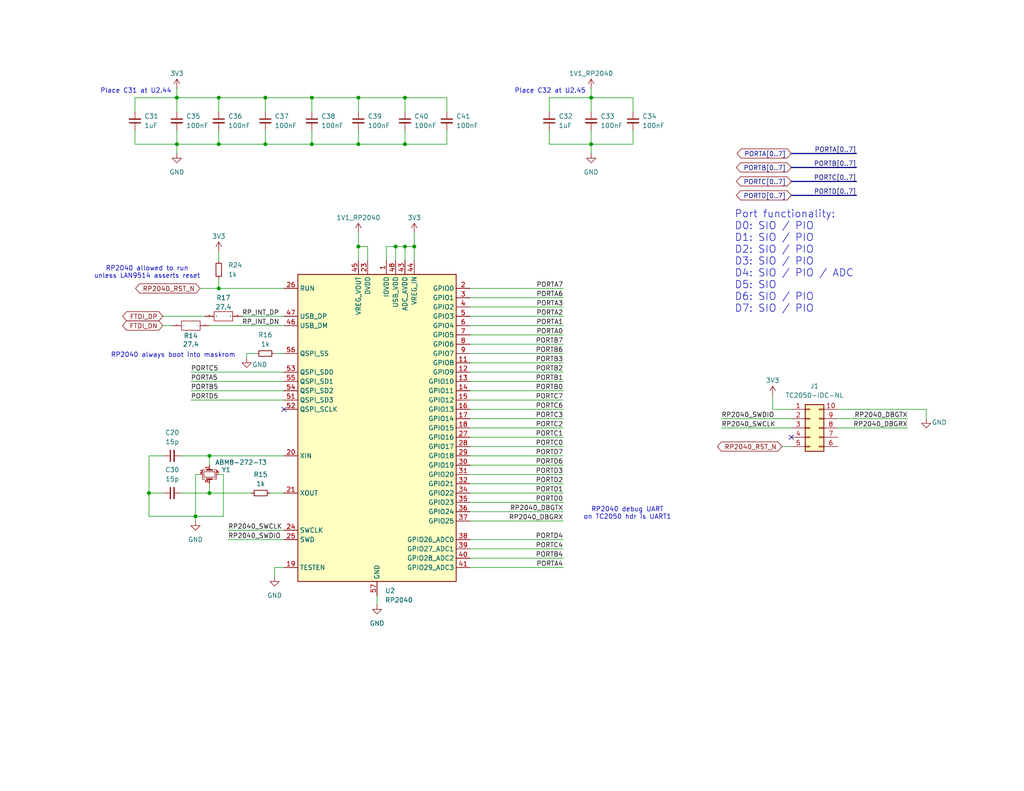
<source format=kicad_sch>
(kicad_sch (version 20231120) (generator "eeschema") (generator_version "8.0")
  (paper "USLetter")
  (title_block (title "X1Plus Expansion Board: X1P-002") (rev "X1P-002-B01"))
  (lib_symbols
    (symbol "Connector_Generic:Conn_02x05_Counter_Clockwise" (pin_names (offset 1.016) hide)
      (property "Reference" "J" (at 1.27 7.62 0))
      (property "Value" "Conn_02x05_Counter_Clockwise" (at 1.27 -7.62 0))
      (symbol "Conn_02x05_Counter_Clockwise_1_1"
        (rectangle (start -1.27 -4.953) (end 0 -5.207) (stroke (width 0.1524)))
        (rectangle (start -1.27 -2.413) (end 0 -2.667) (stroke (width 0.1524)))
        (rectangle (start -1.27 0.127) (end 0 -0.127) (stroke (width 0.1524)))
        (rectangle (start -1.27 2.667) (end 0 2.413) (stroke (width 0.1524)))
        (rectangle (start -1.27 5.207) (end 0 4.953) (stroke (width 0.1524)))
        (rectangle (start -1.27 6.35) (end 3.81 -6.35) (stroke (width 0.254)) (fill (type background)))
        (rectangle (start 3.81 -4.953) (end 2.54 -5.207) (stroke (width 0.1524)))
        (rectangle (start 3.81 -2.413) (end 2.54 -2.667) (stroke (width 0.1524)))
        (rectangle (start 3.81 0.127) (end 2.54 -0.127) (stroke (width 0.1524)))
        (rectangle (start 3.81 2.667) (end 2.54 2.413) (stroke (width 0.1524)))
        (rectangle (start 3.81 5.207) (end 2.54 4.953) (stroke (width 0.1524)))
        (pin passive line (at -5.08 5.08 0) (length 3.81) (name "Pin_1") (number "1"))
        (pin passive line (at 7.62 5.08 180) (length 3.81) (name "Pin_10") (number "10"))
        (pin passive line (at -5.08 2.54 0) (length 3.81) (name "Pin_2") (number "2"))
        (pin passive line (at -5.08 0 0) (length 3.81) (name "Pin_3") (number "3"))
        (pin passive line (at -5.08 -2.54 0) (length 3.81) (name "Pin_4") (number "4"))
        (pin passive line (at -5.08 -5.08 0) (length 3.81) (name "Pin_5") (number "5"))
        (pin passive line (at 7.62 -5.08 180) (length 3.81) (name "Pin_6") (number "6"))
        (pin passive line (at 7.62 -2.54 180) (length 3.81) (name "Pin_7") (number "7"))
        (pin passive line (at 7.62 0 180) (length 3.81) (name "Pin_8") (number "8"))
        (pin passive line (at 7.62 2.54 180) (length 3.81) (name "Pin_9") (number "9"))
      )
    )
    (symbol "Device:C_Small" (pin_numbers hide) (pin_names (offset 0.254) hide)
      (property "Reference" "C" (at 0.254 1.778 0))
      (property "Value" "C_Small" (at 0.254 -2.032 0))
      (symbol "C_Small_0_1"
        (polyline (pts (xy -1.524 -0.508) (xy 1.524 -0.508)) (stroke (width 0.3302)))
        (polyline (pts (xy -1.524 0.508) (xy 1.524 0.508)) (stroke (width 0.3048)))
      )
      (symbol "C_Small_1_1"
        (pin passive line (at 0 2.54 270) (length 2.032) (name "~") (number "1"))
        (pin passive line (at 0 -2.54 90) (length 2.032) (name "~") (number "2"))
      )
    )
    (symbol "Device:Crystal_GND24_Small" (pin_names (offset 1.016) hide)
      (property "Reference" "Y" (at 1.27 4.445 0))
      (property "Value" "Crystal_GND24_Small" (at 1.27 2.54 0))
      (symbol "Crystal_GND24_Small_0_1"
        (rectangle (start -0.762 -1.524) (end 0.762 1.524))
        (polyline (pts (xy -1.27 -0.762) (xy -1.27 0.762)) (stroke (width 0.381)))
        (polyline (pts (xy 1.27 -0.762) (xy 1.27 0.762)) (stroke (width 0.381)))
        (polyline (pts (xy -1.27 -1.27) (xy -1.27 -1.905) (xy 1.27 -1.905) (xy 1.27 -1.27)))
        (polyline (pts (xy -1.27 1.27) (xy -1.27 1.905) (xy 1.27 1.905) (xy 1.27 1.27)))
      )
      (symbol "Crystal_GND24_Small_1_1"
        (pin passive line (at -2.54 0 0) (length 1.27) (name "1") (number "1"))
        (pin passive line (at 0 -2.54 90) (length 0.635) (name "2") (number "2"))
        (pin passive line (at 2.54 0 180) (length 1.27) (name "3") (number "3"))
        (pin passive line (at 0 2.54 270) (length 0.635) (name "4") (number "4"))
      )
    )
    (symbol "Device:R_Small" (pin_numbers hide) (pin_names (offset 0.254) hide)
      (property "Reference" "R" (at 0.762 0.508 0))
      (property "Value" "R_Small" (at 0.762 -1.016 0))
      (symbol "R_Small_0_1"
        (rectangle (start -0.762 1.778) (end 0.762 -1.778) (stroke (width 0.2032)))
      )
      (symbol "R_Small_1_1"
        (pin passive line (at 0 2.54 270) (length 0.762) (name "~") (number "1"))
        (pin passive line (at 0 -2.54 90) (length 0.762) (name "~") (number "2"))
      )
    )
    (symbol "MCU_RaspberryPi:RP2040"
      (property "Reference" "U" (at 17.78 45.72 0))
      (property "Value" "RP2040" (at 17.78 43.18 0))
      (symbol "RP2040_0_1"
        (rectangle (start -21.59 41.91) (end 21.59 -41.91) (stroke (width 0.254)) (fill (type background)))
      )
      (symbol "RP2040_1_1"
        (pin power_in line (at 2.54 45.72 270) (length 3.81) (name "IOVDD") (number "1"))
        (pin passive line (at 2.54 45.72 270) (length 3.81) hide (name "IOVDD") (number "10"))
        (pin bidirectional line (at 25.4 17.78 180) (length 3.81) (name "GPIO8") (number "11"))
        (pin bidirectional line (at 25.4 15.24 180) (length 3.81) (name "GPIO9") (number "12"))
        (pin bidirectional line (at 25.4 12.7 180) (length 3.81) (name "GPIO10") (number "13"))
        (pin bidirectional line (at 25.4 10.16 180) (length 3.81) (name "GPIO11") (number "14"))
        (pin bidirectional line (at 25.4 7.62 180) (length 3.81) (name "GPIO12") (number "15"))
        (pin bidirectional line (at 25.4 5.08 180) (length 3.81) (name "GPIO13") (number "16"))
        (pin bidirectional line (at 25.4 2.54 180) (length 3.81) (name "GPIO14") (number "17"))
        (pin bidirectional line (at 25.4 0 180) (length 3.81) (name "GPIO15") (number "18"))
        (pin input line (at -25.4 -38.1 0) (length 3.81) (name "TESTEN") (number "19"))
        (pin bidirectional line (at 25.4 38.1 180) (length 3.81) (name "GPIO0") (number "2"))
        (pin input line (at -25.4 -7.62 0) (length 3.81) (name "XIN") (number "20"))
        (pin passive line (at -25.4 -17.78 0) (length 3.81) (name "XOUT") (number "21"))
        (pin passive line (at 2.54 45.72 270) (length 3.81) hide (name "IOVDD") (number "22"))
        (pin power_in line (at -2.54 45.72 270) (length 3.81) (name "DVDD") (number "23"))
        (pin input line (at -25.4 -27.94 0) (length 3.81) (name "SWCLK") (number "24"))
        (pin bidirectional line (at -25.4 -30.48 0) (length 3.81) (name "SWD") (number "25"))
        (pin input line (at -25.4 38.1 0) (length 3.81) (name "RUN") (number "26"))
        (pin bidirectional line (at 25.4 -2.54 180) (length 3.81) (name "GPIO16") (number "27"))
        (pin bidirectional line (at 25.4 -5.08 180) (length 3.81) (name "GPIO17") (number "28"))
        (pin bidirectional line (at 25.4 -7.62 180) (length 3.81) (name "GPIO18") (number "29"))
        (pin bidirectional line (at 25.4 35.56 180) (length 3.81) (name "GPIO1") (number "3"))
        (pin bidirectional line (at 25.4 -10.16 180) (length 3.81) (name "GPIO19") (number "30"))
        (pin bidirectional line (at 25.4 -12.7 180) (length 3.81) (name "GPIO20") (number "31"))
        (pin bidirectional line (at 25.4 -15.24 180) (length 3.81) (name "GPIO21") (number "32"))
        (pin passive line (at 2.54 45.72 270) (length 3.81) hide (name "IOVDD") (number "33"))
        (pin bidirectional line (at 25.4 -17.78 180) (length 3.81) (name "GPIO22") (number "34"))
        (pin bidirectional line (at 25.4 -20.32 180) (length 3.81) (name "GPIO23") (number "35"))
        (pin bidirectional line (at 25.4 -22.86 180) (length 3.81) (name "GPIO24") (number "36"))
        (pin bidirectional line (at 25.4 -25.4 180) (length 3.81) (name "GPIO25") (number "37"))
        (pin bidirectional line (at 25.4 -30.48 180) (length 3.81) (name "GPIO26_ADC0") (number "38"))
        (pin bidirectional line (at 25.4 -33.02 180) (length 3.81) (name "GPIO27_ADC1") (number "39"))
        (pin bidirectional line (at 25.4 33.02 180) (length 3.81) (name "GPIO2") (number "4"))
        (pin bidirectional line (at 25.4 -35.56 180) (length 3.81) (name "GPIO28_ADC2") (number "40"))
        (pin bidirectional line (at 25.4 -38.1 180) (length 3.81) (name "GPIO29_ADC3") (number "41"))
        (pin passive line (at 2.54 45.72 270) (length 3.81) hide (name "IOVDD") (number "42"))
        (pin power_in line (at 7.62 45.72 270) (length 3.81) (name "ADC_AVDD") (number "43"))
        (pin power_in line (at 10.16 45.72 270) (length 3.81) (name "VREG_IN") (number "44"))
        (pin power_out line (at -5.08 45.72 270) (length 3.81) (name "VREG_VOUT") (number "45"))
        (pin bidirectional line (at -25.4 27.94 0) (length 3.81) (name "USB_DM") (number "46"))
        (pin bidirectional line (at -25.4 30.48 0) (length 3.81) (name "USB_DP") (number "47"))
        (pin power_in line (at 5.08 45.72 270) (length 3.81) (name "USB_VDD") (number "48"))
        (pin passive line (at 2.54 45.72 270) (length 3.81) hide (name "IOVDD") (number "49"))
        (pin bidirectional line (at 25.4 30.48 180) (length 3.81) (name "GPIO3") (number "5"))
        (pin passive line (at -2.54 45.72 270) (length 3.81) hide (name "DVDD") (number "50"))
        (pin bidirectional line (at -25.4 7.62 0) (length 3.81) (name "QSPI_SD3") (number "51"))
        (pin output line (at -25.4 5.08 0) (length 3.81) (name "QSPI_SCLK") (number "52"))
        (pin bidirectional line (at -25.4 15.24 0) (length 3.81) (name "QSPI_SD0") (number "53"))
        (pin bidirectional line (at -25.4 10.16 0) (length 3.81) (name "QSPI_SD2") (number "54"))
        (pin bidirectional line (at -25.4 12.7 0) (length 3.81) (name "QSPI_SD1") (number "55"))
        (pin bidirectional line (at -25.4 20.32 0) (length 3.81) (name "QSPI_SS") (number "56"))
        (pin power_in line (at 0 -45.72 90) (length 3.81) (name "GND") (number "57"))
        (pin bidirectional line (at 25.4 27.94 180) (length 3.81) (name "GPIO4") (number "6"))
        (pin bidirectional line (at 25.4 25.4 180) (length 3.81) (name "GPIO5") (number "7"))
        (pin bidirectional line (at 25.4 22.86 180) (length 3.81) (name "GPIO6") (number "8"))
        (pin bidirectional line (at 25.4 20.32 180) (length 3.81) (name "GPIO7") (number "9"))
      )
    )
    (symbol "power:+1V1" (power) (pin_numbers hide) (pin_names (offset 0) hide)
      (property "Value" "+1V1" (at 0 3.556 0))
      (symbol "+1V1_0_1"
        (polyline (pts (xy -0.762 1.27) (xy 0 2.54)))
        (polyline (pts (xy 0 0) (xy 0 2.54)))
        (polyline (pts (xy 0 2.54) (xy 0.762 1.27)))
      )
      (symbol "+1V1_1_1"
        (pin power_in line (at 0 0 90) (length 0) (name "~") (number "1"))
      )
    )
    (symbol "power:GND" (power) (pin_numbers hide) (pin_names (offset 0) hide)
      (property "Value" "GND" (at 0 -3.81 0))
      (symbol "GND_0_1"
        (polyline (pts (xy 0 0) (xy 0 -1.27) (xy 1.27 -1.27) (xy 0 -2.54) (xy -1.27 -1.27) (xy 0 -1.27)))
      )
      (symbol "GND_1_1"
        (pin power_in line (at 0 0 270) (length 0) (name "~") (number "1"))
      )
    )
    (symbol "x1-expander:10"
      (property "Reference" "R?" (at 0 0 0))
      (symbol "10_1_0"
        (rectangle (start -2.54 -1.27) (end 2.54 1.27))
        (pin unspecified line (at -5.08 0 0) (length 2.54) (name "1") (number "1"))
        (pin unspecified line (at 5.08 0 180) (length 2.54) (name "2") (number "2"))
      )
    )
  )
  (junction (at 107.95 67.31))
  (junction (at 59.69 78.74))
  (junction (at 110.49 39.37))
  (junction (at 48.26 26.67))
  (junction (at 97.79 67.31))
  (junction (at 72.39 26.67))
  (junction (at 161.29 39.37))
  (junction (at 113.03 67.31))
  (junction (at 40.64 134.62))
  (junction (at 97.79 39.37))
  (junction (at 57.15 134.62))
  (junction (at 53.34 140.97))
  (junction (at 110.49 26.67))
  (junction (at 85.09 39.37))
  (junction (at 161.29 26.67))
  (junction (at 110.49 67.31))
  (junction (at 97.79 26.67))
  (junction (at 85.09 26.67))
  (junction (at 72.39 39.37))
  (junction (at 59.69 26.67))
  (junction (at 57.15 124.46))
  (junction (at 48.26 39.37))
  (junction (at 59.69 39.37))
  (no_connect (at 77.47 111.76))
  (no_connect (at 215.9 119.38))
  (wire (pts (xy 52.07 109.22) (xy 77.47 109.22)))
  (wire (pts (xy 72.39 30.48) (xy 72.39 26.67)))
  (wire (pts (xy 77.47 154.94) (xy 74.93 154.94)))
  (wire (pts (xy 110.49 35.56) (xy 110.49 39.37)))
  (wire (pts (xy 57.15 124.46) (xy 57.15 127)))
  (wire (pts (xy 128.27 154.94) (xy 153.67 154.94)))
  (bus (pts (xy 215.9 45.72) (xy 233.68 45.72)))
  (wire (pts (xy 72.39 39.37) (xy 85.09 39.37)))
  (wire (pts (xy 54.61 78.74) (xy 59.69 78.74)))
  (wire (pts (xy 100.33 71.12) (xy 100.33 67.31)))
  (wire (pts (xy 44.45 86.36) (xy 55.88 86.36)))
  (wire (pts (xy 128.27 104.14) (xy 153.67 104.14)))
  (wire (pts (xy 97.79 39.37) (xy 110.49 39.37)))
  (wire (pts (xy 102.87 162.56) (xy 102.87 165.1)))
  (wire (pts (xy 59.69 68.58) (xy 59.69 71.12)))
  (wire (pts (xy 110.49 67.31) (xy 110.49 71.12)))
  (wire (pts (xy 44.45 124.46) (xy 40.64 124.46)))
  (wire (pts (xy 52.07 106.68) (xy 77.47 106.68)))
  (wire (pts (xy 128.27 147.32) (xy 153.67 147.32)))
  (wire (pts (xy 128.27 121.92) (xy 153.67 121.92)))
  (bus (pts (xy 215.9 53.34) (xy 233.68 53.34)))
  (wire (pts (xy 128.27 106.68) (xy 153.67 106.68)))
  (wire (pts (xy 59.69 35.56) (xy 59.69 39.37)))
  (wire (pts (xy 40.64 140.97) (xy 53.34 140.97)))
  (wire (pts (xy 228.6 116.84) (xy 247.65 116.84)))
  (wire (pts (xy 128.27 101.6) (xy 153.67 101.6)))
  (wire (pts (xy 213.36 121.92) (xy 215.9 121.92)))
  (wire (pts (xy 57.15 132.08) (xy 57.15 134.62)))
  (wire (pts (xy 62.23 144.78) (xy 77.47 144.78)))
  (wire (pts (xy 128.27 152.4) (xy 153.67 152.4)))
  (wire (pts (xy 57.15 88.9) (xy 77.47 88.9)))
  (wire (pts (xy 161.29 39.37) (xy 161.29 41.91)))
  (wire (pts (xy 128.27 134.62) (xy 153.67 134.62)))
  (wire (pts (xy 110.49 26.67) (xy 110.49 30.48)))
  (wire (pts (xy 128.27 99.06) (xy 153.67 99.06)))
  (wire (pts (xy 128.27 109.22) (xy 153.67 109.22)))
  (wire (pts (xy 128.27 137.16) (xy 153.67 137.16)))
  (wire (pts (xy 74.93 96.52) (xy 77.47 96.52)))
  (bus (pts (xy 215.9 49.53) (xy 233.68 49.53)))
  (wire (pts (xy 69.85 96.52) (xy 67.31 96.52)))
  (wire (pts (xy 107.95 67.31) (xy 107.95 71.12)))
  (wire (pts (xy 128.27 132.08) (xy 153.67 132.08)))
  (wire (pts (xy 161.29 35.56) (xy 161.29 39.37)))
  (wire (pts (xy 128.27 124.46) (xy 153.67 124.46)))
  (wire (pts (xy 85.09 30.48) (xy 85.09 26.67)))
  (wire (pts (xy 74.93 154.94) (xy 74.93 157.48)))
  (wire (pts (xy 252.73 111.76) (xy 252.73 114.3)))
  (wire (pts (xy 72.39 26.67) (xy 85.09 26.67)))
  (wire (pts (xy 110.49 39.37) (xy 121.92 39.37)))
  (wire (pts (xy 172.72 26.67) (xy 172.72 30.48)))
  (wire (pts (xy 105.41 71.12) (xy 105.41 67.31)))
  (wire (pts (xy 196.85 114.3) (xy 215.9 114.3)))
  (wire (pts (xy 128.27 96.52) (xy 153.67 96.52)))
  (wire (pts (xy 128.27 111.76) (xy 153.67 111.76)))
  (wire (pts (xy 128.27 88.9) (xy 153.67 88.9)))
  (wire (pts (xy 161.29 24.13) (xy 161.29 26.67)))
  (wire (pts (xy 97.79 67.31) (xy 97.79 71.12)))
  (wire (pts (xy 228.6 111.76) (xy 252.73 111.76)))
  (wire (pts (xy 49.53 134.62) (xy 57.15 134.62)))
  (wire (pts (xy 128.27 149.86) (xy 153.67 149.86)))
  (wire (pts (xy 128.27 93.98) (xy 153.67 93.98)))
  (wire (pts (xy 40.64 134.62) (xy 44.45 134.62)))
  (wire (pts (xy 97.79 30.48) (xy 97.79 26.67)))
  (wire (pts (xy 105.41 67.31) (xy 107.95 67.31)))
  (wire (pts (xy 128.27 139.7) (xy 153.67 139.7)))
  (wire (pts (xy 53.34 140.97) (xy 53.34 142.24)))
  (wire (pts (xy 149.86 39.37) (xy 149.86 35.56)))
  (wire (pts (xy 121.92 26.67) (xy 121.92 30.48)))
  (wire (pts (xy 97.79 35.56) (xy 97.79 39.37)))
  (wire (pts (xy 48.26 39.37) (xy 48.26 41.91)))
  (wire (pts (xy 215.9 111.76) (xy 210.82 111.76)))
  (wire (pts (xy 62.23 147.32) (xy 77.47 147.32)))
  (wire (pts (xy 128.27 81.28) (xy 153.67 81.28)))
  (wire (pts (xy 110.49 67.31) (xy 113.03 67.31)))
  (wire (pts (xy 72.39 35.56) (xy 72.39 39.37)))
  (wire (pts (xy 97.79 26.67) (xy 110.49 26.67)))
  (wire (pts (xy 128.27 142.24) (xy 153.67 142.24)))
  (wire (pts (xy 161.29 26.67) (xy 172.72 26.67)))
  (wire (pts (xy 59.69 39.37) (xy 72.39 39.37)))
  (wire (pts (xy 110.49 26.67) (xy 121.92 26.67)))
  (wire (pts (xy 59.69 76.2) (xy 59.69 78.74)))
  (wire (pts (xy 57.15 134.62) (xy 68.58 134.62)))
  (wire (pts (xy 85.09 35.56) (xy 85.09 39.37)))
  (wire (pts (xy 72.39 26.67) (xy 59.69 26.67)))
  (wire (pts (xy 57.15 124.46) (xy 77.47 124.46)))
  (wire (pts (xy 53.34 129.54) (xy 53.34 140.97)))
  (wire (pts (xy 172.72 39.37) (xy 161.29 39.37)))
  (wire (pts (xy 48.26 39.37) (xy 36.83 39.37)))
  (wire (pts (xy 67.31 96.52) (xy 67.31 97.79)))
  (wire (pts (xy 44.45 88.9) (xy 46.99 88.9)))
  (wire (pts (xy 48.26 24.13) (xy 48.26 26.67)))
  (wire (pts (xy 172.72 35.56) (xy 172.72 39.37)))
  (wire (pts (xy 149.86 30.48) (xy 149.86 26.67)))
  (wire (pts (xy 228.6 114.3) (xy 247.65 114.3)))
  (wire (pts (xy 60.96 129.54) (xy 60.96 140.97)))
  (wire (pts (xy 196.85 116.84) (xy 215.9 116.84)))
  (wire (pts (xy 59.69 39.37) (xy 48.26 39.37)))
  (wire (pts (xy 128.27 91.44) (xy 153.67 91.44)))
  (wire (pts (xy 128.27 129.54) (xy 153.67 129.54)))
  (wire (pts (xy 36.83 39.37) (xy 36.83 35.56)))
  (wire (pts (xy 113.03 67.31) (xy 113.03 71.12)))
  (wire (pts (xy 85.09 39.37) (xy 97.79 39.37)))
  (wire (pts (xy 128.27 116.84) (xy 153.67 116.84)))
  (bus (pts (xy 215.9 41.91) (xy 233.68 41.91)))
  (wire (pts (xy 113.03 63.5) (xy 113.03 67.31)))
  (wire (pts (xy 161.29 39.37) (xy 149.86 39.37)))
  (wire (pts (xy 59.69 26.67) (xy 59.69 30.48)))
  (wire (pts (xy 40.64 134.62) (xy 40.64 140.97)))
  (wire (pts (xy 149.86 26.67) (xy 161.29 26.67)))
  (wire (pts (xy 97.79 63.5) (xy 97.79 67.31)))
  (wire (pts (xy 128.27 86.36) (xy 153.67 86.36)))
  (wire (pts (xy 128.27 83.82) (xy 153.67 83.82)))
  (wire (pts (xy 128.27 127) (xy 153.67 127)))
  (wire (pts (xy 53.34 140.97) (xy 60.96 140.97)))
  (wire (pts (xy 128.27 78.74) (xy 153.67 78.74)))
  (wire (pts (xy 161.29 30.48) (xy 161.29 26.67)))
  (wire (pts (xy 36.83 30.48) (xy 36.83 26.67)))
  (wire (pts (xy 48.26 30.48) (xy 48.26 26.67)))
  (wire (pts (xy 107.95 67.31) (xy 110.49 67.31)))
  (wire (pts (xy 40.64 124.46) (xy 40.64 134.62)))
  (wire (pts (xy 48.26 26.67) (xy 59.69 26.67)))
  (wire (pts (xy 49.53 124.46) (xy 57.15 124.46)))
  (wire (pts (xy 210.82 111.76) (xy 210.82 107.95)))
  (wire (pts (xy 52.07 101.6) (xy 77.47 101.6)))
  (wire (pts (xy 100.33 67.31) (xy 97.79 67.31)))
  (wire (pts (xy 36.83 26.67) (xy 48.26 26.67)))
  (wire (pts (xy 121.92 35.56) (xy 121.92 39.37)))
  (wire (pts (xy 48.26 35.56) (xy 48.26 39.37)))
  (wire (pts (xy 52.07 104.14) (xy 77.47 104.14)))
  (wire (pts (xy 73.66 134.62) (xy 77.47 134.62)))
  (wire (pts (xy 54.61 129.54) (xy 53.34 129.54)))
  (wire (pts (xy 128.27 114.3) (xy 153.67 114.3)))
  (wire (pts (xy 59.69 129.54) (xy 60.96 129.54)))
  (wire (pts (xy 59.69 78.74) (xy 77.47 78.74)))
  (wire (pts (xy 128.27 119.38) (xy 153.67 119.38)))
  (wire (pts (xy 66.04 86.36) (xy 77.47 86.36)))
  (wire (pts (xy 85.09 26.67) (xy 97.79 26.67)))
  (text "RP2040 allowed to run\nunless LAN9514 asserts reset" (at 40.132 74.422 0) (effects (font (size 1.27 1.27))))
  (text "Port functionality:\nD0: SIO / PIO\nD1: SIO / PIO\nD2: SIO / PIO\nD3: SIO / PIO\nD4: SIO / PIO / ADC\nD5: SIO\nD6: SIO / PIO\nD7: SIO / PIO\n" (at 200.406 57.404 0) (effects (font (size 2 2)) (justify left top)))
  (text "Place C32 at U2.45" (at 150.114 24.892 0) (effects (font (size 1.27 1.27))))
  (text "Place C31 at U2.44" (at 37.084 24.892 0) (effects (font (size 1.27 1.27))))
  (text "RP2040 debug UART\non TC2050 hdr is UART1" (at 171.196 140.208 0) (effects (font (size 1.27 1.27))))
  (text "RP2040 always boot into maskrom" (at 47.244 97.028 0) (effects (font (size 1.27 1.27))))
  (label "PORTB6" (at 153.67 96.52 180))
  (label "RP2040_SWDIO" (at 62.23 147.32 0))
  (label "PORTC1" (at 153.67 119.38 180))
  (label "PORTC4" (at 153.67 149.86 180))
  (label "PORTA[0..7]" (at 233.68 41.91 180))
  (label "PORTD6" (at 153.67 127 180))
  (label "PORTA0" (at 153.67 91.44 180))
  (label "PORTB5" (at 52.07 106.68 0))
  (label "PORTA1" (at 153.67 88.9 180))
  (label "RP2040_DBGRX" (at 153.67 142.24 180))
  (label "PORTA6" (at 153.67 81.28 180))
  (label "RP2040_DBGTX" (at 247.65 114.3 180))
  (label "PORTD5" (at 52.07 109.22 0))
  (label "RP2040_SWDIO" (at 196.85 114.3 0))
  (label "PORTA7" (at 153.67 78.74 180))
  (label "PORTB[0..7]" (at 233.68 45.72 180))
  (label "RP2040_SWCLK" (at 196.85 116.84 0))
  (label "RP2040_DBGRX" (at 247.65 116.84 180))
  (label "PORTB0" (at 153.67 106.68 180))
  (label "PORTA5" (at 52.07 104.14 0))
  (label "PORTB4" (at 153.67 152.4 180))
  (label "PORTB7" (at 153.67 93.98 180))
  (label "PORTD4" (at 153.67 147.32 180))
  (label "PORTA3" (at 153.67 83.82 180))
  (label "RP2040_DBGTX" (at 153.67 139.7 180))
  (label "PORTC7" (at 153.67 109.22 180))
  (label "PORTD1" (at 153.67 134.62 180))
  (label "PORTA2" (at 153.67 86.36 180))
  (label "PORTC6" (at 153.67 111.76 180))
  (label "PORTD0" (at 153.67 137.16 180))
  (label "PORTA4" (at 153.67 154.94 180))
  (label "PORTB1" (at 153.67 104.14 180))
  (label "PORTD7" (at 153.67 124.46 180))
  (label "PORTC5" (at 52.07 101.6 0))
  (label "PORTB3" (at 153.67 99.06 180))
  (label "PORTC0" (at 153.67 121.92 180))
  (label "PORTC3" (at 153.67 114.3 180))
  (label "PORTD2" (at 153.67 132.08 180))
  (label "RP_INT_DN" (at 66.04 88.9 0))
  (label "RP_INT_DP" (at 66.04 86.36 0))
  (label "PORTD[0..7]" (at 233.68 53.34 180))
  (label "PORTB2" (at 153.67 101.6 180))
  (label "RP2040_SWCLK" (at 62.23 144.78 0))
  (label "PORTD3" (at 153.67 129.54 180))
  (label "PORTC2" (at 153.67 116.84 180))
  (label "PORTC[0..7]" (at 233.68 49.53 180))
  (global_label "FTDI_DP" (shape bidirectional) (at 44.45 86.36 180) (property "Intersheetrefs" "${INTERSHEET_REFS}" (effects (hide yes))))
  (global_label "PORTC[0..7]" (shape bidirectional) (at 215.9 49.53 180) (property "Intersheetrefs" "${INTERSHEET_REFS}" (effects (hide yes))))
  (global_label "RP2040_RST_N" (shape bidirectional) (at 213.36 121.92 180) (property "Intersheetrefs" "${INTERSHEET_REFS}" (effects (hide yes))))
  (global_label "PORTA[0..7]" (shape bidirectional) (at 215.9 41.91 180) (property "Intersheetrefs" "${INTERSHEET_REFS}" (effects (hide yes))))
  (global_label "PORTB[0..7]" (shape bidirectional) (at 215.9 45.72 180) (property "Intersheetrefs" "${INTERSHEET_REFS}" (effects (hide yes))))
  (global_label "PORTD[0..7]" (shape bidirectional) (at 215.9 53.34 180) (property "Intersheetrefs" "${INTERSHEET_REFS}" (effects (hide yes))))
  (global_label "FTDI_DN" (shape bidirectional) (at 44.45 88.9 180) (property "Intersheetrefs" "${INTERSHEET_REFS}" (effects (hide yes))))
  (global_label "RP2040_RST_N" (shape bidirectional) (at 54.61 78.74 180) (property "Intersheetrefs" "${INTERSHEET_REFS}" (effects (hide yes))))
  (symbol (lib_id "Device:C_Small") (at 46.99 124.46 90) (unit 1)
    (property "Reference" "C20" (at 46.9963 118.11 90))
    (property "Value" "15p" (at 46.9963 120.65 90))
    (property "Footprint" "Capacitor_SMD:C_0402_1005Metric" (effects (hide yes)))
    (property "Description" "Unpolarized capacitor, small symbol" (effects (hide yes)))
    (property "LCSC" "C1548" (effects (hide yes)))
  )
  (symbol (lib_id "Device:C_Small") (at 46.99 134.62 90) (unit 1)
    (property "Reference" "C30" (at 46.9963 128.27 90))
    (property "Value" "15p" (at 46.9963 130.81 90))
    (property "Footprint" "Capacitor_SMD:C_0402_1005Metric" (effects (hide yes)))
    (property "Description" "Unpolarized capacitor, small symbol" (effects (hide yes)))
    (property "LCSC" "C1548" (effects (hide yes)))
  )
  (symbol (lib_id "Connector_Generic:Conn_02x05_Counter_Clockwise") (at 220.98 116.84 0) (unit 1) (in_bom no)
    (property "Reference" "J1" (at 222.25 105.41 0))
    (property "Value" "TC2050-IDC-NL" (at 222.25 107.95 0))
    (property "Footprint" "Connector:Tag-Connect_TC2050-IDC-NL_2x05_P1.27mm_Vertical_with_bottom_clip" (effects (hide yes)))
    (property "Description" "Generic connector, double row, 02x05, counter clockwise pin numbering scheme (similar to DIP package numbering), script generated (kicad-library-utils/schlib/autogen/connector/)" (effects (hide yes)))
  )
  (symbol (lib_id "Device:C_Small") (at 121.92 33.02 0) (unit 1)
    (property "Reference" "C41" (at 124.46 31.7562 0) (effects (justify left)))
    (property "Value" "100nF" (at 124.46 34.2962 0) (effects (justify left)))
    (property "Footprint" "Capacitor_SMD:C_0402_1005Metric" (effects (hide yes)))
    (property "Description" "Unpolarized capacitor, small symbol" (effects (hide yes)))
    (property "Add into BOM" "yes" (effects (hide yes)))
    (property "Convert to PCB" "yes" (effects (hide yes)))
    (property "JLCPCB Part Class" "Basic Part" (effects (hide yes)))
    (property "Manufacturer" "SAMSUNG(三星)" (effects (hide yes)))
    (property "Manufacturer Part" "CL05B104KO5NNNC" (effects (hide yes)))
    (property "Origin Footprint" "C0402" (effects (hide yes)))
    (property "LCSC" "C1525" (effects (hide yes)))
  )
  (symbol (lib_id "power:+1V1") (at 210.82 107.95 0) (unit 1)
    (property "Reference" "#PWR054" (effects (hide yes)))
    (property "Value" "3V3" (at 210.82 103.886 0))
    (property "Description" "Power symbol creates a global label with name \"+1V1\"" (effects (hide yes)))
  )
  (symbol (lib_id "power:GND") (at 161.29 41.91 0) (unit 1)
    (property "Reference" "#PWR052" (effects (hide yes)))
    (property "Value" "GND" (at 161.29 46.99 0))
    (property "Description" "Power symbol creates a global label with name \"GND\" , ground" (effects (hide yes)))
  )
  (symbol (lib_id "MCU_RaspberryPi:RP2040") (at 102.87 116.84 0) (unit 1)
    (property "Reference" "U2" (at 105.0641 161.29 0) (effects (justify left)))
    (property "Value" "RP2040" (at 105.0641 163.83 0) (effects (justify left)))
    (property "Footprint" "Package_DFN_QFN:QFN-56-1EP_7x7mm_P0.4mm_EP3.2x3.2mm" (effects (hide yes)))
    (property "Datasheet" "https://datasheets.raspberrypi.com/rp2040/rp2040-datasheet.pdf" (effects (hide yes)))
    (property "Description" "A microcontroller by Raspberry Pi" (effects (hide yes)))
    (property "LCSC" "C2040" (effects (hide yes)))
  )
  (symbol (lib_id "Device:R_Small") (at 72.39 96.52 90) (unit 1)
    (property "Reference" "R16" (at 72.39 91.44 90))
    (property "Value" "1k" (at 72.39 93.98 90))
    (property "Footprint" "Resistor_SMD:R_0402_1005Metric" (effects (hide yes)))
    (property "Description" "Resistor, small symbol" (effects (hide yes)))
    (property "LCSC" "C11702" (effects (hide yes)))
  )
  (symbol (lib_id "Device:C_Small") (at 97.79 33.02 0) (unit 1)
    (property "Reference" "C39" (at 100.33 31.7562 0) (effects (justify left)))
    (property "Value" "100nF" (at 100.33 34.2962 0) (effects (justify left)))
    (property "Footprint" "Capacitor_SMD:C_0402_1005Metric" (effects (hide yes)))
    (property "Description" "Unpolarized capacitor, small symbol" (effects (hide yes)))
    (property "Add into BOM" "yes" (effects (hide yes)))
    (property "Convert to PCB" "yes" (effects (hide yes)))
    (property "JLCPCB Part Class" "Basic Part" (effects (hide yes)))
    (property "Manufacturer" "SAMSUNG(三星)" (effects (hide yes)))
    (property "Manufacturer Part" "CL05B104KO5NNNC" (effects (hide yes)))
    (property "Origin Footprint" "C0402" (effects (hide yes)))
    (property "LCSC" "C1525" (effects (hide yes)))
  )
  (symbol (lib_id "Device:Crystal_GND24_Small") (at 57.15 129.54 270) (unit 1)
    (property "Reference" "Y1" (at 60.452 128.27 90) (effects (justify left)))
    (property "Value" "ABM8-272-T3" (at 58.674 126.238 90) (effects (justify left)))
    (property "Footprint" "Crystal:Crystal_SMD_3225-4Pin_3.2x2.5mm" (effects (hide yes)))
    (property "Description" "Four pin crystal, GND on pins 2 and 4, small symbol" (effects (hide yes)))
    (property "LCSC" "C20625731" (effects (hide yes)))
  )
  (symbol (lib_id "Device:C_Small") (at 48.26 33.02 0) (unit 1)
    (property "Reference" "C35" (at 50.8 31.7562 0) (effects (justify left)))
    (property "Value" "100nF" (at 50.8 34.2962 0) (effects (justify left)))
    (property "Footprint" "Capacitor_SMD:C_0402_1005Metric" (effects (hide yes)))
    (property "Description" "Unpolarized capacitor, small symbol" (effects (hide yes)))
    (property "Add into BOM" "yes" (effects (hide yes)))
    (property "Convert to PCB" "yes" (effects (hide yes)))
    (property "JLCPCB Part Class" "Basic Part" (effects (hide yes)))
    (property "Manufacturer" "SAMSUNG(三星)" (effects (hide yes)))
    (property "Manufacturer Part" "CL05B104KO5NNNC" (effects (hide yes)))
    (property "Origin Footprint" "C0402" (effects (hide yes)))
    (property "LCSC" "C1525" (effects (hide yes)))
  )
  (symbol (lib_id "Device:C_Small") (at 149.86 33.02 180) (unit 1)
    (property "Reference" "C32" (at 152.4 31.7435 0) (effects (justify right)))
    (property "Value" "1uF" (at 152.4 34.2835 0) (effects (justify right)))
    (property "Footprint" "Capacitor_SMD:C_0402_1005Metric" (effects (hide yes)))
    (property "Description" "Unpolarized capacitor, small symbol" (effects (hide yes)))
    (property "Add into BOM" "yes" (effects (hide yes)))
    (property "Convert to PCB" "yes" (effects (hide yes)))
    (property "JLCPCB Part Class" "Basic Part" (effects (hide yes)))
    (property "Manufacturer" "SAMSUNG(三星)" (effects (hide yes)))
    (property "Manufacturer Part" "CL05A105KA5NQNC" (effects (hide yes)))
    (property "Origin Footprint" "C0402" (effects (hide yes)))
    (property "LCSC" "C52923" (effects (hide yes)))
  )
  (symbol (lib_id "Device:C_Small") (at 110.49 33.02 0) (unit 1)
    (property "Reference" "C40" (at 113.03 31.7562 0) (effects (justify left)))
    (property "Value" "100nF" (at 113.03 34.2962 0) (effects (justify left)))
    (property "Footprint" "Capacitor_SMD:C_0402_1005Metric" (effects (hide yes)))
    (property "Description" "Unpolarized capacitor, small symbol" (effects (hide yes)))
    (property "Add into BOM" "yes" (effects (hide yes)))
    (property "Convert to PCB" "yes" (effects (hide yes)))
    (property "JLCPCB Part Class" "Basic Part" (effects (hide yes)))
    (property "Manufacturer" "SAMSUNG(三星)" (effects (hide yes)))
    (property "Manufacturer Part" "CL05B104KO5NNNC" (effects (hide yes)))
    (property "Origin Footprint" "C0402" (effects (hide yes)))
    (property "LCSC" "C1525" (effects (hide yes)))
  )
  (symbol (lib_id "Device:C_Small") (at 36.83 33.02 180) (unit 1)
    (property "Reference" "C31" (at 39.37 31.7435 0) (effects (justify right)))
    (property "Value" "1uF" (at 39.37 34.2835 0) (effects (justify right)))
    (property "Footprint" "Capacitor_SMD:C_0402_1005Metric" (effects (hide yes)))
    (property "Description" "Unpolarized capacitor, small symbol" (effects (hide yes)))
    (property "Add into BOM" "yes" (effects (hide yes)))
    (property "Convert to PCB" "yes" (effects (hide yes)))
    (property "JLCPCB Part Class" "Basic Part" (effects (hide yes)))
    (property "Manufacturer" "SAMSUNG(三星)" (effects (hide yes)))
    (property "Manufacturer Part" "CL05A105KA5NQNC" (effects (hide yes)))
    (property "Origin Footprint" "C0402" (effects (hide yes)))
    (property "LCSC" "C52923" (effects (hide yes)))
  )
  (symbol (lib_id "power:+1V1") (at 97.79 63.5 0) (unit 1)
    (property "Reference" "#PWR049" (effects (hide yes)))
    (property "Value" "1V1_RP2040" (at 97.79 59.436 0))
    (property "Description" "Power symbol creates a global label with name \"+1V1\"" (effects (hide yes)))
  )
  (symbol (lib_id "power:GND") (at 252.73 114.3 0) (unit 1)
    (property "Reference" "#PWR055" (effects (hide yes)))
    (property "Value" "GND" (at 258.318 115.316 0) (effects (justify right)))
    (property "Description" "Power symbol creates a global label with name \"GND\" , ground" (effects (hide yes)))
  )
  (symbol (lib_id "x1-expander:10") (at 52.07 88.9 0) (mirror y) (unit 1)
    (property "Reference" "R14" (at 52.07 91.694 0))
    (property "Value" "27.4" (at 52.07 93.98 0))
    (property "Footprint" "Resistor_SMD:R_0402_1005Metric" (effects (hide yes)))
    (property "Add into BOM" "yes" (effects (hide yes)))
    (property "Convert to PCB" "yes" (effects (hide yes)))
    (property "LCSC" "C274349" (effects (hide yes)))
  )
  (symbol (lib_id "power:+1V1") (at 113.03 63.5 0) (unit 1)
    (property "Reference" "#PWR050" (effects (hide yes)))
    (property "Value" "3V3" (at 113.03 59.436 0))
    (property "Description" "Power symbol creates a global label with name \"+1V1\"" (effects (hide yes)))
  )
  (symbol (lib_id "x1-expander:10") (at 60.96 86.36 0) (mirror x) (unit 1)
    (property "Reference" "R17" (at 60.96 81.28 0))
    (property "Value" "27.4" (at 60.96 83.82 0))
    (property "Footprint" "Resistor_SMD:R_0402_1005Metric" (effects (hide yes)))
    (property "Add into BOM" "yes" (effects (hide yes)))
    (property "Convert to PCB" "yes" (effects (hide yes)))
    (property "LCSC" "C274349" (effects (hide yes)))
  )
  (symbol (lib_id "Device:C_Small") (at 161.29 33.02 0) (unit 1)
    (property "Reference" "C33" (at 163.83 31.7562 0) (effects (justify left)))
    (property "Value" "100nF" (at 163.83 34.2962 0) (effects (justify left)))
    (property "Footprint" "Capacitor_SMD:C_0402_1005Metric" (effects (hide yes)))
    (property "Description" "Unpolarized capacitor, small symbol" (effects (hide yes)))
    (property "Add into BOM" "yes" (effects (hide yes)))
    (property "Convert to PCB" "yes" (effects (hide yes)))
    (property "JLCPCB Part Class" "Basic Part" (effects (hide yes)))
    (property "Manufacturer" "SAMSUNG(三星)" (effects (hide yes)))
    (property "Manufacturer Part" "CL05B104KO5NNNC" (effects (hide yes)))
    (property "Origin Footprint" "C0402" (effects (hide yes)))
    (property "LCSC" "C1525" (effects (hide yes)))
  )
  (symbol (lib_id "power:+1V1") (at 59.69 68.58 0) (unit 1)
    (property "Reference" "#PWR053" (effects (hide yes)))
    (property "Value" "3V3" (at 59.69 64.516 0))
    (property "Description" "Power symbol creates a global label with name \"+1V1\"" (effects (hide yes)))
  )
  (symbol (lib_id "power:+1V1") (at 161.29 24.13 0) (unit 1)
    (property "Reference" "#PWR051" (effects (hide yes)))
    (property "Value" "1V1_RP2040" (at 161.29 20.066 0))
    (property "Description" "Power symbol creates a global label with name \"+1V1\"" (effects (hide yes)))
  )
  (symbol (lib_id "Device:C_Small") (at 59.69 33.02 0) (unit 1)
    (property "Reference" "C36" (at 62.23 31.7562 0) (effects (justify left)))
    (property "Value" "100nF" (at 62.23 34.2962 0) (effects (justify left)))
    (property "Footprint" "Capacitor_SMD:C_0402_1005Metric" (effects (hide yes)))
    (property "Description" "Unpolarized capacitor, small symbol" (effects (hide yes)))
    (property "Add into BOM" "yes" (effects (hide yes)))
    (property "Convert to PCB" "yes" (effects (hide yes)))
    (property "JLCPCB Part Class" "Basic Part" (effects (hide yes)))
    (property "Manufacturer" "SAMSUNG(三星)" (effects (hide yes)))
    (property "Manufacturer Part" "CL05B104KO5NNNC" (effects (hide yes)))
    (property "Origin Footprint" "C0402" (effects (hide yes)))
    (property "LCSC" "C1525" (effects (hide yes)))
  )
  (symbol (lib_id "Device:R_Small") (at 59.69 73.66 0) (unit 1)
    (property "Reference" "R24" (at 62.23 72.3899 0) (effects (justify left)))
    (property "Value" "1k" (at 62.23 74.9299 0) (effects (justify left)))
    (property "Footprint" "Resistor_SMD:R_0402_1005Metric" (effects (hide yes)))
    (property "Description" "Resistor, small symbol" (effects (hide yes)))
    (property "LCSC" "C11702" (effects (hide yes)))
  )
  (symbol (lib_id "power:GND") (at 53.34 142.24 0) (unit 1)
    (property "Reference" "#PWR046" (effects (hide yes)))
    (property "Value" "GND" (at 53.34 147.32 0))
    (property "Description" "Power symbol creates a global label with name \"GND\" , ground" (effects (hide yes)))
  )
  (symbol (lib_id "power:GND") (at 67.31 97.79 0) (unit 1)
    (property "Reference" "#PWR045" (effects (hide yes)))
    (property "Value" "GND" (at 70.866 99.568 0))
    (property "Description" "Power symbol creates a global label with name \"GND\" , ground" (effects (hide yes)))
  )
  (symbol (lib_id "power:+1V1") (at 48.26 24.13 0) (unit 1)
    (property "Reference" "#PWR056" (effects (hide yes)))
    (property "Value" "3V3" (at 48.26 20.066 0))
    (property "Description" "Power symbol creates a global label with name \"+1V1\"" (effects (hide yes)))
  )
  (symbol (lib_id "power:GND") (at 102.87 165.1 0) (unit 1)
    (property "Reference" "#PWR048" (effects (hide yes)))
    (property "Value" "GND" (at 102.87 170.18 0))
    (property "Description" "Power symbol creates a global label with name \"GND\" , ground" (effects (hide yes)))
  )
  (symbol (lib_id "Device:C_Small") (at 172.72 33.02 0) (unit 1)
    (property "Reference" "C34" (at 175.26 31.7562 0) (effects (justify left)))
    (property "Value" "100nF" (at 175.26 34.2962 0) (effects (justify left)))
    (property "Footprint" "Capacitor_SMD:C_0402_1005Metric" (effects (hide yes)))
    (property "Description" "Unpolarized capacitor, small symbol" (effects (hide yes)))
    (property "Add into BOM" "yes" (effects (hide yes)))
    (property "Convert to PCB" "yes" (effects (hide yes)))
    (property "JLCPCB Part Class" "Basic Part" (effects (hide yes)))
    (property "Manufacturer" "SAMSUNG(三星)" (effects (hide yes)))
    (property "Manufacturer Part" "CL05B104KO5NNNC" (effects (hide yes)))
    (property "Origin Footprint" "C0402" (effects (hide yes)))
    (property "LCSC" "C1525" (effects (hide yes)))
  )
  (symbol (lib_id "Device:R_Small") (at 71.12 134.62 90) (unit 1)
    (property "Reference" "R15" (at 71.12 129.54 90))
    (property "Value" "1k" (at 71.12 132.08 90))
    (property "Footprint" "Resistor_SMD:R_0402_1005Metric" (effects (hide yes)))
    (property "Description" "Resistor, small symbol" (effects (hide yes)))
    (property "LCSC" "C11702" (effects (hide yes)))
  )
  (symbol (lib_id "power:GND") (at 74.93 157.48 0) (unit 1)
    (property "Reference" "#PWR047" (effects (hide yes)))
    (property "Value" "GND" (at 74.93 162.56 0))
    (property "Description" "Power symbol creates a global label with name \"GND\" , ground" (effects (hide yes)))
  )
  (symbol (lib_id "power:GND") (at 48.26 41.91 0) (unit 1)
    (property "Reference" "#PWR057" (effects (hide yes)))
    (property "Value" "GND" (at 48.26 46.99 0))
    (property "Description" "Power symbol creates a global label with name \"GND\" , ground" (effects (hide yes)))
  )
  (symbol (lib_id "Device:C_Small") (at 72.39 33.02 0) (unit 1)
    (property "Reference" "C37" (at 74.93 31.7562 0) (effects (justify left)))
    (property "Value" "100nF" (at 74.93 34.2962 0) (effects (justify left)))
    (property "Footprint" "Capacitor_SMD:C_0402_1005Metric" (effects (hide yes)))
    (property "Description" "Unpolarized capacitor, small symbol" (effects (hide yes)))
    (property "Add into BOM" "yes" (effects (hide yes)))
    (property "Convert to PCB" "yes" (effects (hide yes)))
    (property "JLCPCB Part Class" "Basic Part" (effects (hide yes)))
    (property "Manufacturer" "SAMSUNG(三星)" (effects (hide yes)))
    (property "Manufacturer Part" "CL05B104KO5NNNC" (effects (hide yes)))
    (property "Origin Footprint" "C0402" (effects (hide yes)))
    (property "LCSC" "C1525" (effects (hide yes)))
  )
  (symbol (lib_id "Device:C_Small") (at 85.09 33.02 0) (unit 1)
    (property "Reference" "C38" (at 87.63 31.7562 0) (effects (justify left)))
    (property "Value" "100nF" (at 87.63 34.2962 0) (effects (justify left)))
    (property "Footprint" "Capacitor_SMD:C_0402_1005Metric" (effects (hide yes)))
    (property "Description" "Unpolarized capacitor, small symbol" (effects (hide yes)))
    (property "Add into BOM" "yes" (effects (hide yes)))
    (property "Convert to PCB" "yes" (effects (hide yes)))
    (property "JLCPCB Part Class" "Basic Part" (effects (hide yes)))
    (property "Manufacturer" "SAMSUNG(三星)" (effects (hide yes)))
    (property "Manufacturer Part" "CL05B104KO5NNNC" (effects (hide yes)))
    (property "Origin Footprint" "C0402" (effects (hide yes)))
    (property "LCSC" "C1525" (effects (hide yes)))
  )
)
</source>
